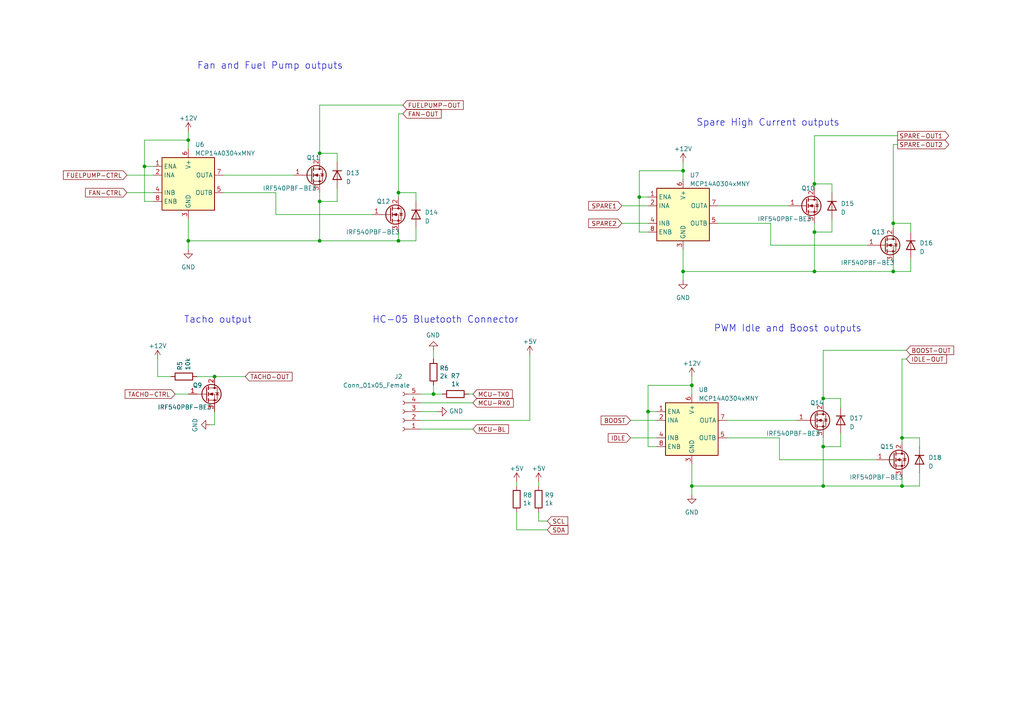
<source format=kicad_sch>
(kicad_sch (version 20220103) (generator eeschema)
  (paper "A4")
  (lib_symbols
    (symbol "Connector:Conn_01x05_Female" (pin_names (offset 1.016) hide)
      (property "Reference" "J" (at 0 7.62 0))
      (property "Value" "Conn_01x05_Female" (at 0 -7.62 0))
      (symbol "Conn_01x05_Female_1_1"
        (arc (start 0 -4.572) (mid -0.508 -5.08) (end 0 -5.588) (stroke (width 0.1524)))
        (arc (start 0 -2.032) (mid -0.508 -2.54) (end 0 -3.048) (stroke (width 0.1524)))
        (polyline (pts (xy -1.27 -5.08) (xy -0.508 -5.08)) (stroke (width 0.1524)))
        (polyline (pts (xy -1.27 -2.54) (xy -0.508 -2.54)) (stroke (width 0.1524)))
        (polyline (pts (xy -1.27 0) (xy -0.508 0)) (stroke (width 0.1524)))
        (polyline (pts (xy -1.27 2.54) (xy -0.508 2.54)) (stroke (width 0.1524)))
        (polyline (pts (xy -1.27 5.08) (xy -0.508 5.08)) (stroke (width 0.1524)))
        (arc (start 0 0.508) (mid -0.508 0) (end 0 -0.508) (stroke (width 0.1524)))
        (arc (start 0 3.048) (mid -0.508 2.54) (end 0 2.032) (stroke (width 0.1524)))
        (arc (start 0 5.588) (mid -0.508 5.08) (end 0 4.572) (stroke (width 0.1524)))
        (pin passive line (at -5.08 5.08 0) (length 3.81) (name "Pin_1") (number "1"))
        (pin passive line (at -5.08 2.54 0) (length 3.81) (name "Pin_2") (number "2"))
        (pin passive line (at -5.08 0 0) (length 3.81) (name "Pin_3") (number "3"))
        (pin passive line (at -5.08 -2.54 0) (length 3.81) (name "Pin_4") (number "4"))
        (pin passive line (at -5.08 -5.08 0) (length 3.81) (name "Pin_5") (number "5"))
      )
    )
    (symbol "Device:D" (pin_numbers hide) (pin_names (offset 1.016) hide)
      (property "Reference" "D" (at 0 2.54 0))
      (property "Value" "D" (at 0 -2.54 0))
      (symbol "D_0_1"
        (polyline (pts (xy -1.27 1.27) (xy -1.27 -1.27)) (stroke (width 0.254)))
        (polyline (pts (xy 1.27 0) (xy -1.27 0)))
        (polyline (pts (xy 1.27 1.27) (xy 1.27 -1.27) (xy -1.27 0) (xy 1.27 1.27)) (stroke (width 0.254)))
      )
      (symbol "D_1_1"
        (pin passive line (at -3.81 0 0) (length 2.54) (name "K") (number "1"))
        (pin passive line (at 3.81 0 180) (length 2.54) (name "A") (number "2"))
      )
    )
    (symbol "Device:Q_NMOS_GDS" (pin_names (offset 0) hide)
      (property "Reference" "Q" (at 5.08 1.27 0))
      (property "Value" "Q_NMOS_GDS" (at 5.08 -1.27 0))
      (symbol "Q_NMOS_GDS_0_1"
        (polyline (pts (xy 0.254 0) (xy -2.54 0)))
        (polyline (pts (xy 0.254 1.905) (xy 0.254 -1.905)) (stroke (width 0.254)))
        (polyline (pts (xy 0.762 -1.27) (xy 0.762 -2.286)) (stroke (width 0.254)))
        (polyline (pts (xy 0.762 0.508) (xy 0.762 -0.508)) (stroke (width 0.254)))
        (polyline (pts (xy 0.762 2.286) (xy 0.762 1.27)) (stroke (width 0.254)))
        (polyline (pts (xy 2.54 2.54) (xy 2.54 1.778)))
        (polyline (pts (xy 2.54 -2.54) (xy 2.54 0) (xy 0.762 0)))
        (polyline (pts (xy 0.762 -1.778) (xy 3.302 -1.778) (xy 3.302 1.778) (xy 0.762 1.778)))
        (polyline (pts (xy 1.016 0) (xy 2.032 0.381) (xy 2.032 -0.381) (xy 1.016 0)) (fill (type outline)))
        (polyline (pts (xy 2.794 0.508) (xy 2.921 0.381) (xy 3.683 0.381) (xy 3.81 0.254)))
        (polyline (pts (xy 3.302 0.381) (xy 2.921 -0.254) (xy 3.683 -0.254) (xy 3.302 0.381)))
        (circle (center 1.651 0) (radius 2.794) (stroke (width 0.254)))
        (circle (center 2.54 -1.778) (radius 0.254) (fill (type outline)))
        (circle (center 2.54 1.778) (radius 0.254) (fill (type outline)))
      )
      (symbol "Q_NMOS_GDS_1_1"
        (pin input line (at -5.08 0 0) (length 2.54) (name "G") (number "1"))
        (pin passive line (at 2.54 5.08 270) (length 2.54) (name "D") (number "2"))
        (pin passive line (at 2.54 -5.08 90) (length 2.54) (name "S") (number "3"))
      )
    )
    (symbol "Device:R" (pin_numbers hide) (pin_names (offset 0))
      (property "Reference" "R" (at 2.032 0 90))
      (property "Value" "R" (at 0 0 90))
      (symbol "R_0_1"
        (rectangle (start -1.016 -2.54) (end 1.016 2.54) (stroke (width 0.254)))
      )
      (symbol "R_1_1"
        (pin passive line (at 0 3.81 270) (length 1.27) (name "~") (number "1"))
        (pin passive line (at 0 -3.81 90) (length 1.27) (name "~") (number "2"))
      )
    )
    (symbol "Driver_FET:MCP14A0304xMNY"
      (property "Reference" "U" (at -7.62 8.89 0))
      (property "Value" "MCP14A0304xMNY" (at 1.27 8.89 0))
      (symbol "MCP14A0304xMNY_0_1"
        (rectangle (start -7.62 -7.62) (end 7.62 7.62) (stroke (width 0.254)) (fill (type background)))
      )
      (symbol "MCP14A0304xMNY_1_1"
        (pin input line (at -10.16 5.08 0) (length 2.54) (name "ENA") (number "1"))
        (pin input line (at -10.16 2.54 0) (length 2.54) (name "INA") (number "2"))
        (pin power_in line (at 0 -10.16 90) (length 2.54) (name "GND") (number "3"))
        (pin input line (at -10.16 -2.54 0) (length 2.54) (name "INB") (number "4"))
        (pin output line (at 10.16 -2.54 180) (length 2.54) (name "OUTB") (number "5"))
        (pin power_in line (at 0 10.16 270) (length 2.54) (name "V+") (number "6"))
        (pin output line (at 10.16 2.54 180) (length 2.54) (name "OUTA") (number "7"))
        (pin input line (at -10.16 -5.08 0) (length 2.54) (name "ENB") (number "8"))
        (pin passive line (at 0 -10.16 90) (length 2.54) hide (name "GND") (number "9"))
      )
    )
    (symbol "power:+12V" (power) (pin_names (offset 0))
      (property "Value" "+12V" (at 0 3.556 0))
      (symbol "+12V_0_1"
        (polyline (pts (xy -0.762 1.27) (xy 0 2.54)))
        (polyline (pts (xy 0 0) (xy 0 2.54)))
        (polyline (pts (xy 0 2.54) (xy 0.762 1.27)))
      )
      (symbol "+12V_1_1"
        (pin power_in line (at 0 0 90) (length 0) hide (name "+12V") (number "1"))
      )
    )
    (symbol "power:+5V" (power) (pin_names (offset 0))
      (property "Value" "+5V" (at 0 3.556 0))
      (symbol "+5V_0_1"
        (polyline (pts (xy -0.762 1.27) (xy 0 2.54)))
        (polyline (pts (xy 0 0) (xy 0 2.54)))
        (polyline (pts (xy 0 2.54) (xy 0.762 1.27)))
      )
      (symbol "+5V_1_1"
        (pin power_in line (at 0 0 90) (length 0) hide (name "+5V") (number "1"))
      )
    )
    (symbol "power:GND" (power) (pin_names (offset 0))
      (property "Value" "GND" (at 0 -3.81 0))
      (symbol "GND_0_1"
        (polyline (pts (xy 0 0) (xy 0 -1.27) (xy 1.27 -1.27) (xy 0 -2.54) (xy -1.27 -1.27) (xy 0 -1.27)))
      )
      (symbol "GND_1_1"
        (pin power_in line (at 0 0 270) (length 0) hide (name "GND") (number "1"))
      )
    )
  )
  (junction (at 62.23 109.22))
  (junction (at 198.12 49.53))
  (junction (at 238.76 115.57))
  (junction (at 92.71 44.45))
  (junction (at 54.61 69.85))
  (junction (at 236.22 67.31))
  (junction (at 261.62 127))
  (junction (at 92.71 58.42))
  (junction (at 200.66 111.76))
  (junction (at 236.22 78.74))
  (junction (at 236.22 53.34))
  (junction (at 125.73 114.3))
  (junction (at 198.12 78.74))
  (junction (at 238.76 140.97))
  (junction (at 200.66 140.97))
  (junction (at 115.57 55.88))
  (junction (at 259.08 64.77))
  (junction (at 238.76 129.54))
  (junction (at 54.61 40.64))
  (junction (at 187.96 119.38))
  (junction (at 115.57 69.85))
  (junction (at 41.91 48.26))
  (junction (at 259.08 78.74))
  (junction (at 185.42 57.15))
  (junction (at 261.62 140.97))
  (junction (at 92.71 69.85))
  (wire (pts (xy 259.08 64.77) (xy 259.08 66.04)))
  (wire (pts (xy 238.76 101.6) (xy 238.76 115.57)))
  (wire (pts (xy 80.01 62.23) (xy 107.95 62.23)))
  (wire (pts (xy 261.62 140.97) (xy 238.76 140.97)))
  (wire (pts (xy 97.79 54.61) (xy 97.79 58.42)))
  (wire (pts (xy 182.88 121.92) (xy 190.5 121.92)))
  (wire (pts (xy 116.84 30.48) (xy 92.71 30.48)))
  (wire (pts (xy 259.08 41.91) (xy 259.08 64.77)))
  (wire (pts (xy 115.57 69.85) (xy 92.71 69.85)))
  (wire (pts (xy 158.75 153.67) (xy 149.86 153.67)))
  (wire (pts (xy 187.96 129.54) (xy 187.96 119.38)))
  (wire (pts (xy 264.16 74.93) (xy 264.16 78.74)))
  (wire (pts (xy 226.06 127) (xy 226.06 133.35)))
  (wire (pts (xy 208.28 64.77) (xy 223.52 64.77)))
  (wire (pts (xy 120.65 55.88) (xy 115.57 55.88)))
  (wire (pts (xy 156.21 139.7) (xy 156.21 140.97)))
  (wire (pts (xy 120.65 58.42) (xy 120.65 55.88)))
  (wire (pts (xy 115.57 67.31) (xy 115.57 69.85)))
  (wire (pts (xy 158.75 151.13) (xy 156.21 151.13)))
  (wire (pts (xy 54.61 69.85) (xy 54.61 72.39)))
  (wire (pts (xy 149.86 139.7) (xy 149.86 140.97)))
  (wire (pts (xy 92.71 55.88) (xy 92.71 58.42)))
  (wire (pts (xy 200.66 140.97) (xy 200.66 143.51)))
  (wire (pts (xy 125.73 101.6) (xy 125.73 104.14)))
  (wire (pts (xy 97.79 44.45) (xy 92.71 44.45)))
  (wire (pts (xy 125.73 111.76) (xy 125.73 114.3)))
  (wire (pts (xy 264.16 78.74) (xy 259.08 78.74)))
  (wire (pts (xy 50.8 114.3) (xy 54.61 114.3)))
  (wire (pts (xy 210.82 127) (xy 226.06 127)))
  (wire (pts (xy 62.23 123.19) (xy 60.96 123.19)))
  (wire (pts (xy 121.92 114.3) (xy 125.73 114.3)))
  (wire (pts (xy 260.35 39.37) (xy 236.22 39.37)))
  (wire (pts (xy 92.71 69.85) (xy 54.61 69.85)))
  (wire (pts (xy 241.3 55.88) (xy 241.3 53.34)))
  (wire (pts (xy 200.66 109.22) (xy 200.66 111.76)))
  (wire (pts (xy 264.16 64.77) (xy 259.08 64.77)))
  (wire (pts (xy 185.42 49.53) (xy 198.12 49.53)))
  (wire (pts (xy 241.3 53.34) (xy 236.22 53.34)))
  (wire (pts (xy 116.84 33.02) (xy 115.57 33.02)))
  (wire (pts (xy 261.62 127) (xy 261.62 128.27)))
  (wire (pts (xy 187.96 67.31) (xy 185.42 67.31)))
  (wire (pts (xy 135.89 114.3) (xy 137.16 114.3)))
  (wire (pts (xy 44.45 58.42) (xy 41.91 58.42)))
  (wire (pts (xy 266.7 129.54) (xy 266.7 127)))
  (wire (pts (xy 92.71 58.42) (xy 92.71 69.85)))
  (wire (pts (xy 187.96 57.15) (xy 185.42 57.15)))
  (wire (pts (xy 115.57 55.88) (xy 115.57 57.15)))
  (wire (pts (xy 243.84 118.11) (xy 243.84 115.57)))
  (wire (pts (xy 208.28 59.69) (xy 228.6 59.69)))
  (wire (pts (xy 57.15 109.22) (xy 62.23 109.22)))
  (wire (pts (xy 260.35 41.91) (xy 259.08 41.91)))
  (wire (pts (xy 190.5 129.54) (xy 187.96 129.54)))
  (wire (pts (xy 264.16 67.31) (xy 264.16 64.77)))
  (wire (pts (xy 54.61 38.1) (xy 54.61 40.64)))
  (wire (pts (xy 223.52 64.77) (xy 223.52 71.12)))
  (wire (pts (xy 266.7 137.16) (xy 266.7 140.97)))
  (wire (pts (xy 97.79 46.99) (xy 97.79 44.45)))
  (wire (pts (xy 243.84 125.73) (xy 243.84 129.54)))
  (wire (pts (xy 198.12 46.99) (xy 198.12 49.53)))
  (wire (pts (xy 261.62 104.14) (xy 261.62 127)))
  (wire (pts (xy 190.5 119.38) (xy 187.96 119.38)))
  (wire (pts (xy 187.96 119.38) (xy 187.96 111.76)))
  (wire (pts (xy 236.22 53.34) (xy 236.22 54.61)))
  (wire (pts (xy 137.16 116.84) (xy 121.92 116.84)))
  (wire (pts (xy 182.88 127) (xy 190.5 127)))
  (wire (pts (xy 262.89 104.14) (xy 261.62 104.14)))
  (wire (pts (xy 156.21 151.13) (xy 156.21 148.59)))
  (wire (pts (xy 36.83 55.88) (xy 44.45 55.88)))
  (wire (pts (xy 41.91 48.26) (xy 41.91 40.64)))
  (wire (pts (xy 187.96 111.76) (xy 200.66 111.76)))
  (wire (pts (xy 92.71 30.48) (xy 92.71 44.45)))
  (wire (pts (xy 238.76 140.97) (xy 200.66 140.97)))
  (wire (pts (xy 185.42 67.31) (xy 185.42 57.15)))
  (wire (pts (xy 45.72 104.14) (xy 45.72 109.22)))
  (wire (pts (xy 180.34 64.77) (xy 187.96 64.77)))
  (wire (pts (xy 127 119.38) (xy 121.92 119.38)))
  (wire (pts (xy 200.66 111.76) (xy 200.66 114.3)))
  (wire (pts (xy 236.22 39.37) (xy 236.22 53.34)))
  (wire (pts (xy 185.42 57.15) (xy 185.42 49.53)))
  (wire (pts (xy 64.77 50.8) (xy 85.09 50.8)))
  (wire (pts (xy 238.76 115.57) (xy 238.76 116.84)))
  (wire (pts (xy 236.22 64.77) (xy 236.22 67.31)))
  (wire (pts (xy 153.67 102.87) (xy 153.67 121.92)))
  (wire (pts (xy 54.61 63.5) (xy 54.61 69.85)))
  (wire (pts (xy 259.08 76.2) (xy 259.08 78.74)))
  (wire (pts (xy 45.72 109.22) (xy 49.53 109.22)))
  (wire (pts (xy 210.82 121.92) (xy 231.14 121.92)))
  (wire (pts (xy 262.89 101.6) (xy 238.76 101.6)))
  (wire (pts (xy 54.61 40.64) (xy 54.61 43.18)))
  (wire (pts (xy 125.73 114.3) (xy 128.27 114.3)))
  (wire (pts (xy 41.91 40.64) (xy 54.61 40.64)))
  (wire (pts (xy 149.86 153.67) (xy 149.86 148.59)))
  (wire (pts (xy 236.22 78.74) (xy 198.12 78.74)))
  (wire (pts (xy 223.52 71.12) (xy 251.46 71.12)))
  (wire (pts (xy 226.06 133.35) (xy 254 133.35)))
  (wire (pts (xy 180.34 59.69) (xy 187.96 59.69)))
  (wire (pts (xy 120.65 69.85) (xy 115.57 69.85)))
  (wire (pts (xy 64.77 55.88) (xy 80.01 55.88)))
  (wire (pts (xy 62.23 119.38) (xy 62.23 123.19)))
  (wire (pts (xy 80.01 55.88) (xy 80.01 62.23)))
  (wire (pts (xy 120.65 66.04) (xy 120.65 69.85)))
  (wire (pts (xy 115.57 33.02) (xy 115.57 55.88)))
  (wire (pts (xy 200.66 134.62) (xy 200.66 140.97)))
  (wire (pts (xy 266.7 127) (xy 261.62 127)))
  (wire (pts (xy 198.12 72.39) (xy 198.12 78.74)))
  (wire (pts (xy 238.76 129.54) (xy 238.76 140.97)))
  (wire (pts (xy 92.71 44.45) (xy 92.71 45.72)))
  (wire (pts (xy 198.12 78.74) (xy 198.12 81.28)))
  (wire (pts (xy 241.3 63.5) (xy 241.3 67.31)))
  (wire (pts (xy 243.84 129.54) (xy 238.76 129.54)))
  (wire (pts (xy 243.84 115.57) (xy 238.76 115.57)))
  (wire (pts (xy 121.92 121.92) (xy 153.67 121.92)))
  (wire (pts (xy 121.92 124.46) (xy 137.16 124.46)))
  (wire (pts (xy 238.76 127) (xy 238.76 129.54)))
  (wire (pts (xy 259.08 78.74) (xy 236.22 78.74)))
  (wire (pts (xy 236.22 67.31) (xy 236.22 78.74)))
  (wire (pts (xy 36.83 50.8) (xy 44.45 50.8)))
  (wire (pts (xy 261.62 138.43) (xy 261.62 140.97)))
  (wire (pts (xy 241.3 67.31) (xy 236.22 67.31)))
  (wire (pts (xy 266.7 140.97) (xy 261.62 140.97)))
  (wire (pts (xy 41.91 58.42) (xy 41.91 48.26)))
  (wire (pts (xy 44.45 48.26) (xy 41.91 48.26)))
  (wire (pts (xy 97.79 58.42) (xy 92.71 58.42)))
  (wire (pts (xy 198.12 49.53) (xy 198.12 52.07)))
  (wire (pts (xy 62.23 109.22) (xy 71.12 109.22)))
  (text "Fan and Fuel Pump outputs" (at 57.15 20.32 0) (effects (font (size 1.9812 1.9812)) (justify left bottom)))
  (text "PWM Idle and Boost outputs" (at 207.01 96.52 0) (effects (font (size 1.9812 1.9812)) (justify left bottom)))
  (text "HC-05 Bluetooth Connector" (at 107.95 93.98 0) (effects (font (size 1.9812 1.9812)) (justify left bottom)))
  (text "Tacho output" (at 53.34 93.98 0) (effects (font (size 1.9812 1.9812)) (justify left bottom)))
  (text "Spare High Current outputs" (at 201.93 36.83 0) (effects (font (size 1.9812 1.9812)) (justify left bottom)))
  (global_label "MCU-BL" (shape input) (at 137.16 124.46 0) (property "Intersheetrefs" "${INTERSHEET_REFS}" (at 58.42 -38.1 0)))
  (global_label "SCL" (shape input) (at 158.75 151.13 0) (property "Références de Feuilles" "${INTERSHEET_REFS}" (at 164.987 151.13 0) (effects (justify left))))
  (global_label "MCU-RX0" (shape input) (at 137.16 116.84 0) (property "Intersheetrefs" "${INTERSHEET_REFS}" (at 58.42 -38.1 0)))
  (global_label "BOOST" (shape input) (at 182.88 121.92 180) (property "Références de Feuilles" "${INTERSHEET_REFS}" (at 174.1455 121.92 0) (effects (justify right))))
  (global_label "SPARE-OUT2" (shape output) (at 260.35 41.91 0) (property "Références de Feuilles" "${INTERSHEET_REFS}" (at 275.1168 41.91 0) (effects (justify left))))
  (global_label "BOOST-OUT" (shape input) (at 262.89 101.6 0) (property "Références de Feuilles" "${INTERSHEET_REFS}" (at 276.6196 101.6 0) (effects (justify left))))
  (global_label "FUELPUMP-OUT" (shape input) (at 116.84 30.48 0) (property "Intersheetrefs" "${INTERSHEET_REFS}" (at -31.75 137.16 0)))
  (global_label "IDLE" (shape input) (at 182.88 127 180) (property "Références de Feuilles" "${INTERSHEET_REFS}" (at 176.2107 127 0) (effects (justify right))))
  (global_label "SPARE1" (shape input) (at 180.34 59.69 180) (property "Références de Feuilles" "${INTERSHEET_REFS}" (at 170.5683 59.69 0) (effects (justify right))))
  (global_label "IDLE-OUT" (shape input) (at 262.89 104.14 0) (property "Références de Feuilles" "${INTERSHEET_REFS}" (at 274.5544 104.14 0) (effects (justify left))))
  (global_label "TACHO-CTRL" (shape input) (at 50.8 114.3 180) (property "Intersheetrefs" "${INTERSHEET_REFS}" (at -5.08 7.62 0)))
  (global_label "FUELPUMP-CTRL" (shape input) (at 36.83 50.8 180) (property "Intersheetrefs" "${INTERSHEET_REFS}" (at 185.42 -55.88 0)))
  (global_label "FAN-CTRL" (shape input) (at 36.83 55.88 180) (property "Intersheetrefs" "${INTERSHEET_REFS}" (at 185.42 -33.02 0)))
  (global_label "SPARE-OUT1" (shape output) (at 260.35 39.37 0) (property "Références de Feuilles" "${INTERSHEET_REFS}" (at 275.1168 39.37 0) (effects (justify left))))
  (global_label "SDA" (shape input) (at 158.75 153.67 0) (property "Références de Feuilles" "${INTERSHEET_REFS}" (at 165.0475 153.67 0) (effects (justify left))))
  (global_label "SPARE2" (shape input) (at 180.34 64.77 180) (property "Références de Feuilles" "${INTERSHEET_REFS}" (at 170.5683 64.77 0) (effects (justify right))))
  (global_label "TACHO-OUT" (shape input) (at 71.12 109.22 0) (property "Intersheetrefs" "${INTERSHEET_REFS}" (at -5.08 7.62 0)))
  (global_label "FAN-OUT" (shape input) (at 116.84 33.02 0) (property "Intersheetrefs" "${INTERSHEET_REFS}" (at -31.75 121.92 0)))
  (global_label "MCU-TX0" (shape input) (at 137.16 114.3 0) (property "Intersheetrefs" "${INTERSHEET_REFS}" (at 58.42 -38.1 0)))
  (symbol (lib_id "Device:Q_NMOS_GDS") (at 90.17 50.8 0) (unit 1)
    (property "Reference" "Q11" (at 88.9 45.72 0) (effects (justify left)))
    (property "Value" "IRF540PBF-BE3" (at 76.2 54.61 0) (effects (justify left)))
    (property "Footprint" "Package_TO_SOT_THT:TO-220-3_Vertical" (effects hide))
  )
  (symbol (lib_id "Device:R") (at 53.34 109.22 270) (unit 1)
    (property "Reference" "R5" (at 52.1716 107.442 0) (effects (justify right)))
    (property "Value" "10k" (at 54.483 107.442 0) (effects (justify right)))
    (property "Footprint" "Resistor_SMD:R_0805_2012Metric" (effects hide))
    (property "Digikey Part Number" "311-10KARCT-ND" (effects hide))
    (property "Manufacturer_Name" "Yageo" (effects hide))
    (property "Manufacturer_Part_Number" "RC0805JR-0710KL" (effects hide))
    (property "URL" "https://www.digikey.com/product-detail/en/yageo/RC0805JR-0710KL/311-10KARCT-ND/731188" (effects hide))
  )
  (symbol (lib_id "power:GND") (at 200.66 143.51 0) (unit 1)
    (property "Reference" "#PWR0137" (effects hide))
    (property "Value" "GND" (at 200.66 148.59 0))
  )
  (symbol (lib_id "power:+12V") (at 198.12 46.99 0) (unit 1)
    (property "Reference" "#PWR0134" (effects hide))
    (property "Value" "+12V" (at 198.12 43.18 0))
  )
  (symbol (lib_id "power:+12V") (at 45.72 104.14 0) (unit 1)
    (property "Reference" "#PWR0133" (effects hide))
    (property "Value" "+12V" (at 45.72 100.33 0))
  )
  (symbol (lib_id "Device:D") (at 243.84 121.92 270) (unit 1)
    (property "Reference" "D17" (at 246.38 121.285 90) (effects (justify left)))
    (property "Value" "D" (at 246.38 123.825 90) (effects (justify left)))
    (property "Footprint" "Package_TO_SOT_THT:TO-220-2_Vertical" (effects hide))
  )
  (symbol (lib_id "Device:D") (at 97.79 50.8 270) (unit 1)
    (property "Reference" "D13" (at 100.33 50.165 90) (effects (justify left)))
    (property "Value" "D" (at 100.33 52.705 90) (effects (justify left)))
    (property "Footprint" "Package_TO_SOT_THT:TO-220-2_Vertical" (effects hide))
  )
  (symbol (lib_id "Device:Q_NMOS_GDS") (at 256.54 71.12 0) (unit 1)
    (property "Reference" "Q13" (at 252.73 67.31 0) (effects (justify left)))
    (property "Value" "IRF540PBF-BE3" (at 243.84 76.2 0) (effects (justify left)))
    (property "Footprint" "Package_TO_SOT_THT:TO-220-3_Vertical" (effects hide))
  )
  (symbol (lib_id "power:GND") (at 125.73 101.6 180) (unit 1)
    (property "Reference" "#PWR0127" (effects hide))
    (property "Value" "GND" (at 125.603 97.2058 0))
  )
  (symbol (lib_id "Device:R") (at 125.73 107.95 180) (unit 1)
    (property "Reference" "R6" (at 127.508 106.7816 0) (effects (justify right)))
    (property "Value" "2k" (at 127.508 109.093 0) (effects (justify right)))
    (property "Footprint" "Resistor_SMD:R_0805_2012Metric" (effects hide))
    (property "Digikey Part Number" "311-2.00KCRCT-ND" (effects hide))
    (property "Manufacturer_Name" "Yageo" (effects hide))
    (property "Manufacturer_Part_Number" "RC0805FR-072KL" (effects hide))
    (property "URL" "https://www.digikey.com/product-detail/en/yageo/RC0805FR-072KL/311-2.00KCRCT-ND/730611" (effects hide))
  )
  (symbol (lib_id "Driver_FET:MCP14A0304xMNY") (at 200.66 124.46 0) (unit 1)
    (property "Reference" "U8" (at 202.6159 113.03 0) (effects (justify left)))
    (property "Value" "MCP14A0304xMNY" (at 202.6159 115.57 0) (effects (justify left)))
    (property "Footprint" "Package_DFN_QFN:WDFN-8-1EP_3x2mm_P0.5mm_EP1.3x1.4mm" (effects hide))
    (property "Datasheet" "http://ww1.microchip.com/downloads/en/DeviceDoc/MCP14A0303_4_5-Data-Sheet-20006046A.pdf" (effects hide))
  )
  (symbol (lib_id "power:+5V") (at 153.67 102.87 0) (unit 1)
    (property "Reference" "#PWR0132" (effects hide))
    (property "Value" "+5V" (at 153.67 99.06 0))
  )
  (symbol (lib_id "Device:R") (at 149.86 144.78 180) (unit 1)
    (property "Reference" "R8" (at 151.638 143.6116 0) (effects (justify right)))
    (property "Value" "1k" (at 151.638 145.923 0) (effects (justify right)))
    (property "Footprint" "Resistor_SMD:R_0805_2012Metric" (effects hide))
    (property "Digikey Part Number" "311-2.00KCRCT-ND" (effects hide))
    (property "Manufacturer_Name" "Yageo" (effects hide))
    (property "Manufacturer_Part_Number" "RC0805FR-072KL" (effects hide))
    (property "URL" "https://www.digikey.com/product-detail/en/yageo/RC0805FR-072KL/311-2.00KCRCT-ND/730611" (effects hide))
  )
  (symbol (lib_id "Device:Q_NMOS_GDS") (at 113.03 62.23 0) (unit 1)
    (property "Reference" "Q12" (at 109.22 58.42 0) (effects (justify left)))
    (property "Value" "IRF540PBF-BE3" (at 100.33 67.31 0) (effects (justify left)))
    (property "Footprint" "Package_TO_SOT_THT:TO-220-3_Vertical" (effects hide))
  )
  (symbol (lib_id "Device:R") (at 132.08 114.3 270) (unit 1)
    (property "Reference" "R7" (at 132.08 109.0422 90))
    (property "Value" "1k" (at 132.08 111.3536 90))
    (property "Footprint" "Resistor_SMD:R_0805_2012Metric" (effects hide))
    (property "Digikey Part Number" "311-1.00KCRCT-ND" (effects hide))
    (property "Manufacturer_Name" "Yageo" (effects hide))
    (property "Manufacturer_Part_Number" "RC0805FR-071KL" (effects hide))
    (property "URL" "https://www.digikey.com/product-detail/en/yageo/RC0805FR-071KL/311-1.00KCRCT-ND/730391" (effects hide))
  )
  (symbol (lib_id "power:GND") (at 198.12 81.28 0) (unit 1)
    (property "Reference" "#PWR0135" (effects hide))
    (property "Value" "GND" (at 198.12 86.36 0))
  )
  (symbol (lib_id "power:+12V") (at 200.66 109.22 0) (unit 1)
    (property "Reference" "#PWR0136" (effects hide))
    (property "Value" "+12V" (at 200.66 105.41 0))
  )
  (symbol (lib_id "Device:Q_NMOS_GDS") (at 233.68 59.69 0) (unit 1)
    (property "Reference" "Q10" (at 232.41 54.61 0) (effects (justify left)))
    (property "Value" "IRF540PBF-BE3" (at 219.71 63.5 0) (effects (justify left)))
    (property "Footprint" "Package_TO_SOT_THT:TO-220-3_Vertical" (effects hide))
  )
  (symbol (lib_id "Connector:Conn_01x05_Female") (at 116.84 119.38 180) (unit 1)
    (property "Reference" "J2" (at 115.57 109.22 0))
    (property "Value" "Conn_01x05_Female" (at 109.22 111.76 0))
    (property "Footprint" "Connector_PinSocket_2.54mm:PinSocket_1x05_P2.54mm_Vertical" (effects hide))
  )
  (symbol (lib_id "Device:D") (at 241.3 59.69 270) (unit 1)
    (property "Reference" "D15" (at 243.84 59.055 90) (effects (justify left)))
    (property "Value" "D" (at 243.84 61.595 90) (effects (justify left)))
    (property "Footprint" "Package_TO_SOT_THT:TO-220-2_Vertical" (effects hide))
  )
  (symbol (lib_id "Device:Q_NMOS_GDS") (at 259.08 133.35 0) (unit 1)
    (property "Reference" "Q15" (at 255.27 129.54 0) (effects (justify left)))
    (property "Value" "IRF540PBF-BE3" (at 246.38 138.43 0) (effects (justify left)))
    (property "Footprint" "Package_TO_SOT_THT:TO-220-3_Vertical" (effects hide))
  )
  (symbol (lib_id "power:+5V") (at 149.86 139.7 0) (unit 1)
    (property "Reference" "#PWR0138" (effects hide))
    (property "Value" "+5V" (at 149.86 135.89 0))
  )
  (symbol (lib_id "Device:Q_NMOS_GDS") (at 59.69 114.3 0) (unit 1)
    (property "Reference" "Q9" (at 55.88 111.76 0) (effects (justify left)))
    (property "Value" "IRF540PBF-BE3" (at 45.72 118.11 0) (effects (justify left)))
    (property "Footprint" "Package_TO_SOT_THT:TO-220-3_Vertical" (effects hide))
  )
  (symbol (lib_id "Device:R") (at 156.21 144.78 180) (unit 1)
    (property "Reference" "R9" (at 157.988 143.6116 0) (effects (justify right)))
    (property "Value" "1k" (at 157.988 145.923 0) (effects (justify right)))
    (property "Footprint" "Resistor_SMD:R_0805_2012Metric" (effects hide))
    (property "Digikey Part Number" "311-2.00KCRCT-ND" (effects hide))
    (property "Manufacturer_Name" "Yageo" (effects hide))
    (property "Manufacturer_Part_Number" "RC0805FR-072KL" (effects hide))
    (property "URL" "https://www.digikey.com/product-detail/en/yageo/RC0805FR-072KL/311-2.00KCRCT-ND/730611" (effects hide))
  )
  (symbol (lib_id "Device:D") (at 266.7 133.35 270) (unit 1)
    (property "Reference" "D18" (at 269.24 132.715 90) (effects (justify left)))
    (property "Value" "D" (at 269.24 135.255 90) (effects (justify left)))
    (property "Footprint" "Package_TO_SOT_THT:TO-220-2_Vertical" (effects hide))
  )
  (symbol (lib_id "Device:Q_NMOS_GDS") (at 236.22 121.92 0) (unit 1)
    (property "Reference" "Q14" (at 234.95 116.84 0) (effects (justify left)))
    (property "Value" "IRF540PBF-BE3" (at 222.25 125.73 0) (effects (justify left)))
    (property "Footprint" "Package_TO_SOT_THT:TO-220-3_Vertical" (effects hide))
  )
  (symbol (lib_id "Device:D") (at 264.16 71.12 270) (unit 1)
    (property "Reference" "D16" (at 266.7 70.485 90) (effects (justify left)))
    (property "Value" "D" (at 266.7 73.025 90) (effects (justify left)))
    (property "Footprint" "Package_TO_SOT_THT:TO-220-2_Vertical" (effects hide))
  )
  (symbol (lib_id "Driver_FET:MCP14A0304xMNY") (at 198.12 62.23 0) (unit 1)
    (property "Reference" "U7" (at 200.0759 50.8 0) (effects (justify left)))
    (property "Value" "MCP14A0304xMNY" (at 200.0759 53.34 0) (effects (justify left)))
    (property "Footprint" "Package_DFN_QFN:WDFN-8-1EP_3x2mm_P0.5mm_EP1.3x1.4mm" (effects hide))
    (property "Datasheet" "http://ww1.microchip.com/downloads/en/DeviceDoc/MCP14A0303_4_5-Data-Sheet-20006046A.pdf" (effects hide))
  )
  (symbol (lib_id "power:GND") (at 60.96 123.19 270) (unit 1)
    (property "Reference" "#PWR0131" (effects hide))
    (property "Value" "GND" (at 56.5658 123.317 0))
  )
  (symbol (lib_id "power:+5V") (at 156.21 139.7 0) (unit 1)
    (property "Reference" "#PWR0139" (effects hide))
    (property "Value" "+5V" (at 156.21 135.89 0))
  )
  (symbol (lib_id "power:GND") (at 54.61 72.39 0) (unit 1)
    (property "Reference" "#PWR0130" (effects hide))
    (property "Value" "GND" (at 54.61 77.47 0))
  )
  (symbol (lib_id "power:+12V") (at 54.61 38.1 0) (unit 1)
    (property "Reference" "#PWR0128" (effects hide))
    (property "Value" "+12V" (at 54.61 34.29 0))
  )
  (symbol (lib_id "power:GND") (at 127 119.38 90) (unit 1)
    (property "Reference" "#PWR0129" (effects hide))
    (property "Value" "GND" (at 130.2512 119.253 90) (effects (justify right)))
  )
  (symbol (lib_id "Device:D") (at 120.65 62.23 270) (unit 1)
    (property "Reference" "D14" (at 123.19 61.595 90) (effects (justify left)))
    (property "Value" "D" (at 123.19 64.135 90) (effects (justify left)))
    (property "Footprint" "Package_TO_SOT_THT:TO-220-2_Vertical" (effects hide))
  )
  (symbol (lib_id "Driver_FET:MCP14A0304xMNY") (at 54.61 53.34 0) (unit 1)
    (property "Reference" "U6" (at 56.5659 41.91 0) (effects (justify left)))
    (property "Value" "MCP14A0304xMNY" (at 56.5659 44.45 0) (effects (justify left)))
    (property "Footprint" "Package_DFN_QFN:WDFN-8-1EP_3x2mm_P0.5mm_EP1.3x1.4mm" (effects hide))
    (property "Datasheet" "http://ww1.microchip.com/downloads/en/DeviceDoc/MCP14A0303_4_5-Data-Sheet-20006046A.pdf" (effects hide))
  )
)
</source>
